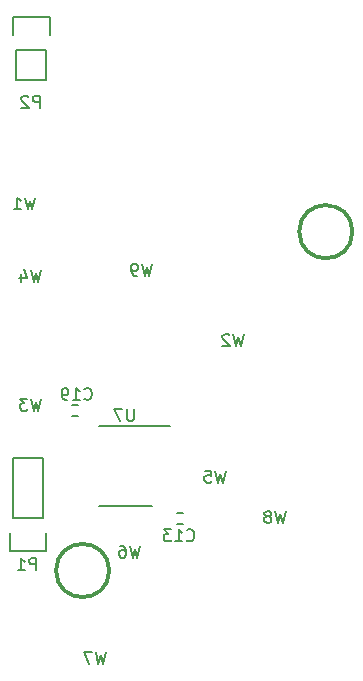
<source format=gbr>
G04 #@! TF.FileFunction,Legend,Bot*
%FSLAX46Y46*%
G04 Gerber Fmt 4.6, Leading zero omitted, Abs format (unit mm)*
G04 Created by KiCad (PCBNEW 0.201602161416+6560~42~ubuntu15.10.1-product) date Wed 17 Feb 2016 02:58:19 PM EST*
%MOMM*%
G01*
G04 APERTURE LIST*
%ADD10C,0.100000*%
%ADD11C,0.150000*%
%ADD12C,0.307000*%
%ADD13C,0.127000*%
G04 APERTURE END LIST*
D10*
D11*
X125476000Y-132486400D02*
X125476000Y-127406400D01*
X125476000Y-127406400D02*
X128016000Y-127406400D01*
X128016000Y-127406400D02*
X128016000Y-132486400D01*
X128296000Y-135306400D02*
X128296000Y-133756400D01*
X128016000Y-132486400D02*
X125476000Y-132486400D01*
X125196000Y-133756400D02*
X125196000Y-135306400D01*
X125196000Y-135306400D02*
X128296000Y-135306400D01*
X125780800Y-92862400D02*
X125780800Y-95402400D01*
X125500800Y-90042400D02*
X125500800Y-91592400D01*
X125780800Y-92862400D02*
X128320800Y-92862400D01*
X128600800Y-91592400D02*
X128600800Y-90042400D01*
X128600800Y-90042400D02*
X125500800Y-90042400D01*
X128320800Y-92862400D02*
X128320800Y-95402400D01*
X128320800Y-95402400D02*
X125780800Y-95402400D01*
X139848400Y-133012200D02*
X139348400Y-133012200D01*
X139348400Y-132062200D02*
X139848400Y-132062200D01*
X131009200Y-123868200D02*
X130509200Y-123868200D01*
X130509200Y-122918200D02*
X131009200Y-122918200D01*
X137255000Y-131442400D02*
X132805000Y-131442400D01*
X138780000Y-124692400D02*
X132805000Y-124692400D01*
D12*
X154226000Y-108253000D02*
G75*
G03X154226000Y-108253000I-2250000J0D01*
G01*
X133626000Y-136943000D02*
G75*
G03X133626000Y-136943000I-2250000J0D01*
G01*
D13*
X127445104Y-136908419D02*
X127445104Y-135892419D01*
X127058057Y-135892419D01*
X126961295Y-135940800D01*
X126912914Y-135989181D01*
X126864533Y-136085943D01*
X126864533Y-136231086D01*
X126912914Y-136327848D01*
X126961295Y-136376229D01*
X127058057Y-136424610D01*
X127445104Y-136424610D01*
X125896914Y-136908419D02*
X126477485Y-136908419D01*
X126187199Y-136908419D02*
X126187199Y-135892419D01*
X126283961Y-136037562D01*
X126380723Y-136134324D01*
X126477485Y-136182705D01*
X145013438Y-116918619D02*
X144771533Y-117934619D01*
X144578010Y-117208905D01*
X144384486Y-117934619D01*
X144142581Y-116918619D01*
X143803914Y-117015381D02*
X143755533Y-116967000D01*
X143658771Y-116918619D01*
X143416867Y-116918619D01*
X143320105Y-116967000D01*
X143271724Y-117015381D01*
X143223343Y-117112143D01*
X143223343Y-117208905D01*
X143271724Y-117354048D01*
X143852295Y-117934619D01*
X143223343Y-117934619D01*
X127868438Y-111457619D02*
X127626533Y-112473619D01*
X127433010Y-111747905D01*
X127239486Y-112473619D01*
X126997581Y-111457619D01*
X126175105Y-111796286D02*
X126175105Y-112473619D01*
X126417009Y-111409238D02*
X126658914Y-112134952D01*
X126029962Y-112134952D01*
X143489438Y-128475619D02*
X143247533Y-129491619D01*
X143054010Y-128765905D01*
X142860486Y-129491619D01*
X142618581Y-128475619D01*
X141747724Y-128475619D02*
X142231533Y-128475619D01*
X142279914Y-128959429D01*
X142231533Y-128911048D01*
X142134771Y-128862667D01*
X141892867Y-128862667D01*
X141796105Y-128911048D01*
X141747724Y-128959429D01*
X141699343Y-129056190D01*
X141699343Y-129298095D01*
X141747724Y-129394857D01*
X141796105Y-129443238D01*
X141892867Y-129491619D01*
X142134771Y-129491619D01*
X142231533Y-129443238D01*
X142279914Y-129394857D01*
X136250438Y-134825619D02*
X136008533Y-135841619D01*
X135815010Y-135115905D01*
X135621486Y-135841619D01*
X135379581Y-134825619D01*
X134557105Y-134825619D02*
X134750628Y-134825619D01*
X134847390Y-134874000D01*
X134895771Y-134922381D01*
X134992533Y-135067524D01*
X135040914Y-135261048D01*
X135040914Y-135648095D01*
X134992533Y-135744857D01*
X134944152Y-135793238D01*
X134847390Y-135841619D01*
X134653867Y-135841619D01*
X134557105Y-135793238D01*
X134508724Y-135744857D01*
X134460343Y-135648095D01*
X134460343Y-135406190D01*
X134508724Y-135309429D01*
X134557105Y-135261048D01*
X134653867Y-135212667D01*
X134847390Y-135212667D01*
X134944152Y-135261048D01*
X134992533Y-135309429D01*
X135040914Y-135406190D01*
X133354838Y-143842619D02*
X133112933Y-144858619D01*
X132919410Y-144132905D01*
X132725886Y-144858619D01*
X132483981Y-143842619D01*
X132193695Y-143842619D02*
X131516362Y-143842619D01*
X131951790Y-144858619D01*
X148569438Y-131904619D02*
X148327533Y-132920619D01*
X148134010Y-132194905D01*
X147940486Y-132920619D01*
X147698581Y-131904619D01*
X147166390Y-132340048D02*
X147263152Y-132291667D01*
X147311533Y-132243286D01*
X147359914Y-132146524D01*
X147359914Y-132098143D01*
X147311533Y-132001381D01*
X147263152Y-131953000D01*
X147166390Y-131904619D01*
X146972867Y-131904619D01*
X146876105Y-131953000D01*
X146827724Y-132001381D01*
X146779343Y-132098143D01*
X146779343Y-132146524D01*
X146827724Y-132243286D01*
X146876105Y-132291667D01*
X146972867Y-132340048D01*
X147166390Y-132340048D01*
X147263152Y-132388429D01*
X147311533Y-132436810D01*
X147359914Y-132533571D01*
X147359914Y-132727095D01*
X147311533Y-132823857D01*
X147263152Y-132872238D01*
X147166390Y-132920619D01*
X146972867Y-132920619D01*
X146876105Y-132872238D01*
X146827724Y-132823857D01*
X146779343Y-132727095D01*
X146779343Y-132533571D01*
X146827724Y-132436810D01*
X146876105Y-132388429D01*
X146972867Y-132340048D01*
X127749904Y-97741619D02*
X127749904Y-96725619D01*
X127362857Y-96725619D01*
X127266095Y-96774000D01*
X127217714Y-96822381D01*
X127169333Y-96919143D01*
X127169333Y-97064286D01*
X127217714Y-97161048D01*
X127266095Y-97209429D01*
X127362857Y-97257810D01*
X127749904Y-97257810D01*
X126782285Y-96822381D02*
X126733904Y-96774000D01*
X126637142Y-96725619D01*
X126395238Y-96725619D01*
X126298476Y-96774000D01*
X126250095Y-96822381D01*
X126201714Y-96919143D01*
X126201714Y-97015905D01*
X126250095Y-97161048D01*
X126830666Y-97741619D01*
X126201714Y-97741619D01*
X140200743Y-134373257D02*
X140249124Y-134421638D01*
X140394267Y-134470019D01*
X140491029Y-134470019D01*
X140636171Y-134421638D01*
X140732933Y-134324876D01*
X140781314Y-134228114D01*
X140829695Y-134034590D01*
X140829695Y-133889448D01*
X140781314Y-133695924D01*
X140732933Y-133599162D01*
X140636171Y-133502400D01*
X140491029Y-133454019D01*
X140394267Y-133454019D01*
X140249124Y-133502400D01*
X140200743Y-133550781D01*
X139233124Y-134470019D02*
X139813695Y-134470019D01*
X139523409Y-134470019D02*
X139523409Y-133454019D01*
X139620171Y-133599162D01*
X139716933Y-133695924D01*
X139813695Y-133744305D01*
X138894457Y-133454019D02*
X138265505Y-133454019D01*
X138604171Y-133841067D01*
X138459029Y-133841067D01*
X138362267Y-133889448D01*
X138313886Y-133937829D01*
X138265505Y-134034590D01*
X138265505Y-134276495D01*
X138313886Y-134373257D01*
X138362267Y-134421638D01*
X138459029Y-134470019D01*
X138749314Y-134470019D01*
X138846076Y-134421638D01*
X138894457Y-134373257D01*
X131539343Y-122409857D02*
X131587724Y-122458238D01*
X131732867Y-122506619D01*
X131829629Y-122506619D01*
X131974771Y-122458238D01*
X132071533Y-122361476D01*
X132119914Y-122264714D01*
X132168295Y-122071190D01*
X132168295Y-121926048D01*
X132119914Y-121732524D01*
X132071533Y-121635762D01*
X131974771Y-121539000D01*
X131829629Y-121490619D01*
X131732867Y-121490619D01*
X131587724Y-121539000D01*
X131539343Y-121587381D01*
X130571724Y-122506619D02*
X131152295Y-122506619D01*
X130862009Y-122506619D02*
X130862009Y-121490619D01*
X130958771Y-121635762D01*
X131055533Y-121732524D01*
X131152295Y-121780905D01*
X130087914Y-122506619D02*
X129894390Y-122506619D01*
X129797629Y-122458238D01*
X129749248Y-122409857D01*
X129652486Y-122264714D01*
X129604105Y-122071190D01*
X129604105Y-121684143D01*
X129652486Y-121587381D01*
X129700867Y-121539000D01*
X129797629Y-121490619D01*
X129991152Y-121490619D01*
X130087914Y-121539000D01*
X130136295Y-121587381D01*
X130184676Y-121684143D01*
X130184676Y-121926048D01*
X130136295Y-122022810D01*
X130087914Y-122071190D01*
X129991152Y-122119571D01*
X129797629Y-122119571D01*
X129700867Y-122071190D01*
X129652486Y-122022810D01*
X129604105Y-121926048D01*
X127868438Y-122379619D02*
X127626533Y-123395619D01*
X127433010Y-122669905D01*
X127239486Y-123395619D01*
X126997581Y-122379619D01*
X126707295Y-122379619D02*
X126078343Y-122379619D01*
X126417009Y-122766667D01*
X126271867Y-122766667D01*
X126175105Y-122815048D01*
X126126724Y-122863429D01*
X126078343Y-122960190D01*
X126078343Y-123202095D01*
X126126724Y-123298857D01*
X126175105Y-123347238D01*
X126271867Y-123395619D01*
X126562152Y-123395619D01*
X126658914Y-123347238D01*
X126707295Y-123298857D01*
X137266438Y-110949619D02*
X137024533Y-111965619D01*
X136831010Y-111239905D01*
X136637486Y-111965619D01*
X136395581Y-110949619D01*
X135960152Y-111965619D02*
X135766628Y-111965619D01*
X135669867Y-111917238D01*
X135621486Y-111868857D01*
X135524724Y-111723714D01*
X135476343Y-111530190D01*
X135476343Y-111143143D01*
X135524724Y-111046381D01*
X135573105Y-110998000D01*
X135669867Y-110949619D01*
X135863390Y-110949619D01*
X135960152Y-110998000D01*
X136008533Y-111046381D01*
X136056914Y-111143143D01*
X136056914Y-111385048D01*
X136008533Y-111481810D01*
X135960152Y-111530190D01*
X135863390Y-111578571D01*
X135669867Y-111578571D01*
X135573105Y-111530190D01*
X135524724Y-111481810D01*
X135476343Y-111385048D01*
X135724295Y-123268619D02*
X135724295Y-124091095D01*
X135675914Y-124187857D01*
X135627533Y-124236238D01*
X135530771Y-124284619D01*
X135337248Y-124284619D01*
X135240486Y-124236238D01*
X135192105Y-124187857D01*
X135143724Y-124091095D01*
X135143724Y-123268619D01*
X134756676Y-123268619D02*
X134079343Y-123268619D01*
X134514771Y-124284619D01*
D11*
X127345962Y-105370381D02*
X127107867Y-106370381D01*
X126917390Y-105656095D01*
X126726914Y-106370381D01*
X126488819Y-105370381D01*
X125584057Y-106370381D02*
X126155486Y-106370381D01*
X125869772Y-106370381D02*
X125869772Y-105370381D01*
X125965010Y-105513238D01*
X126060248Y-105608476D01*
X126155486Y-105656095D01*
M02*

</source>
